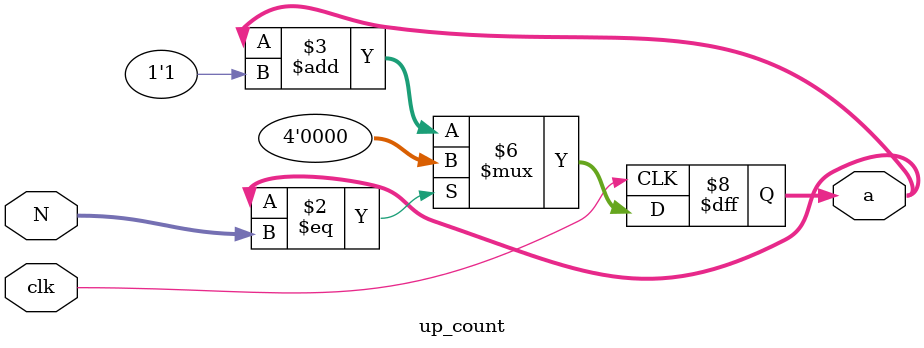
<source format=v>
`timescale 1ns / 1ps

module up_count(a, clk, N);
    input clk;
    input [3:0] N;
    output reg [3:0] a;

    initial a = 4'b0000;

    always @(negedge clk)
    begin
        if (a == N)
            a <= 4'b0000;
        else
            a <= a + 1'b1;
    end
endmodule

</source>
